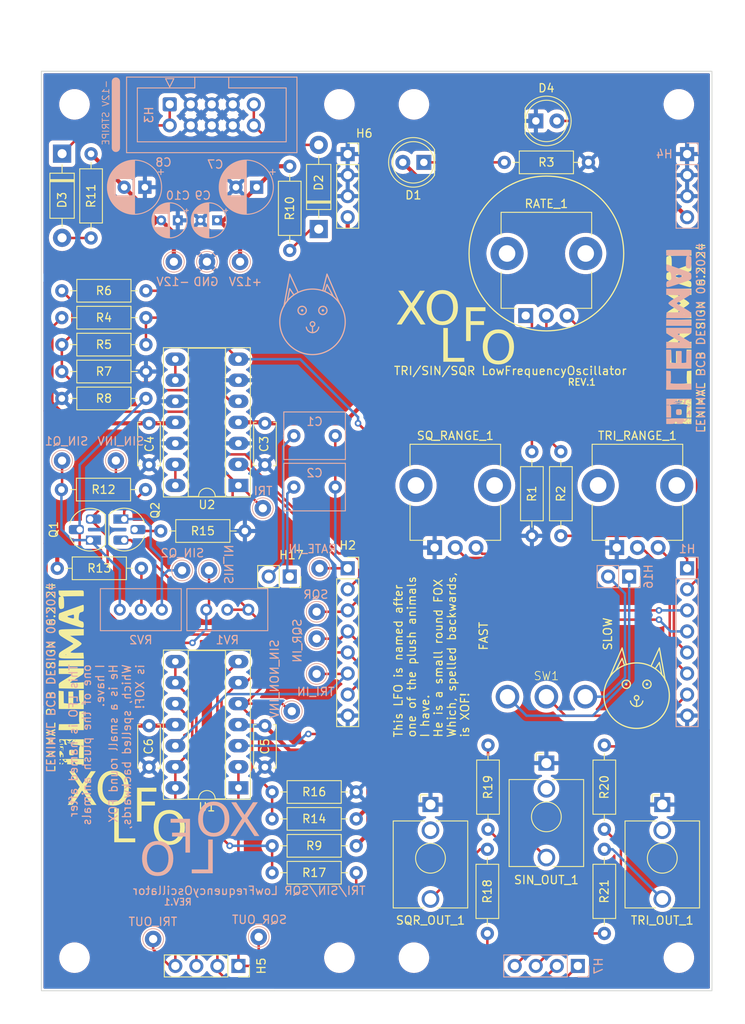
<source format=kicad_pcb>
(kicad_pcb (version 20241229) (generator "pcbnew") (generator_version "9.0")
  (layers (0 "F.Cu" signal) (2 "B.Cu" signal) (13 "F.Paste" user) (15 "B.Paste" user) (5 "F.SilkS" user "F.Silkscreen") (7 "B.SilkS" user "B.Silkscreen") (1 "F.Mask" user) (3 "B.Mask" user) (25 "Edge.Cuts" user))
  (net 0 "")
  (net 1 "+12V")
  (net 2 "GNDREF")
  (net 3 "-12V")
  (net 4 "Net-(H17B-Pin_2)")
  (net 5 "Net-(H17A-Pin_1)")
  (net 6 "Net-(D3-K)")
  (net 7 "Net-(Q1-B)")
  (net 8 "Net-(D3-A)")
  (net 9 "Net-(D4-AK)")
  (net 10 "Net-(Q2-B)")
  (net 11 "Net-(D1-K)")
  (net 12 "Net-(D2-K)")
  (net 13 "Net-(D2-A)")
  (net 14 "Net-(R1-Pad1)")
  (net 15 "Net-(R2-Pad2)")
  (net 16 "Net-(H1A-Pin_1)")
  (net 17 "Net-(H1B-Pin_2)")
  (net 18 "Net-(H1C-Pin_3)")
  (net 19 "Net-(H1D-Pin_4)")
  (net 20 "Net-(H1F-Pin_6)")
  (net 21 "Net-(H1E-Pin_5)")
  (net 22 "Net-(H5D-Pin_4)")
  (net 23 "Net-(H2A-Pin_3)")
  (net 24 "Net-(H2D-Pin_4)")
  (net 25 "Net-(H5A-Pin_1)")
  (net 26 "Net-(H2F-Pin_6)")
  (net 27 "Net-(H2C-Pin_3)")
  (net 28 "Net-(H2B-Pin_2)")
  (net 29 "Net-(H2E-Pin_5)")
  (net 30 "Net-(H5B-Pin_2)")
  (net 31 "Net-(H5C-Pin_3)")
  (net 32 "Net-(Q1-E)")
  (net 33 "Net-(Q1-C)")
  (net 34 "Net-(Q2-E)")
  (net 35 "Net-(Q2-C)")
  (net 36 "Net-(U2B-+)")
  (net 37 "Net-(R13-Pad2)")
  (net 38 "Net-(H1G-Pin_7)")
  (net 39 "Net-(R18-Pad1)")
  (net 40 "Net-(R19-Pad1)")
  (net 41 "Net-(R21-Pad1)")
  (net 45 "Net-(U2C--)")
  (net 46 "Net-(U2D--)")
  (net 47 "Net-(H7D-Pin_4)")
  (net 48 "Net-(H7A-Pin_1)")
  (net 49 "Net-(H7C-Pin_3)")
  (net 50 "Net-(H7B-Pin_2)")
  (net 51 "Net-(H16B-Pin_2)")
  (net 52 "Net-(H16A-Pin_1)")
  (footprint "Synth:R_Default (DIN0207)" (layer "F.Cu") (at 77.9 140.25)
    (property "Reference" "R14")
    (property "Value" "10K [1%]")
  )
  (footprint "MountingHole:MountingHole_3.2mm_M3" (layer "F.Cu") (at 95 157)
    (property "Reference" "H12" (hide yes))
    (property "Value" "MountingHole")
  )
  (footprint "Package_DIP:DIP-14_W7.62mm_Socket_LongPads" (layer "F.Cu") (at 73.8 100 180)
    (property "Reference" "U2")
    (property "Value" "TL074")
  )
  (footprint "Synth:R_Default (DIN0207)" (layer "F.Cu") (at 109.25 95.95 -90)
    (property "Reference" "R1")
    (property "Value" "470R")
  )
  (footprint "Synth:Jack_3.5mm_QingPu_WQP-PJ398SM_Vertical_CircularHoles" (layer "F.Cu") (at 125 145)
    (property "Reference" "TRI_OUT_1")
    (property "Value" "TRI_OUT")
  )
  (footprint "Synth:R_Default (DIN0207)" (layer "F.Cu") (at 52.5 86.25)
    (property "Reference" "R7")
    (property "Value" "10K")
  )
  (footprint "Synth:Potentiometer_TT_P0915N" (layer "F.Cu") (at 100 100)
    (property "Reference" "SQ_RANGE_1")
    (property "Value" "B100K")
  )
  (footprint "Synth:R_Default (DIN0207)" (layer "F.Cu") (at 52.5 83)
    (property "Reference" "R5")
    (property "Value" "100K")
  )
  (footprint "Synth:R_Default (DIN0207)" (layer "F.Cu") (at 112.75 106.05 90)
    (property "Reference" "R2")
    (property "Value" "100K")
  )
  (footprint "Synth:R_Default (DIN0207)" (layer "F.Cu") (at 118 143.95 -90)
    (property "Reference" "R21")
    (property "Value" "1K")
  )
  (footprint "MountingHole:MountingHole_3.2mm_M3" (layer "F.Cu") (at 54 54)
    (property "Reference" "H9" (hide yes))
    (property "Value" "MountingHole")
  )
  (footprint "Capacitor_THT:C_Disc_D5.0mm_W2.5mm_P5.00mm" (layer "F.Cu") (at 63 134 90)
    (property "Reference" "C6")
    (property "Value" "0.1uF")
  )
  (footprint "MountingHole:MountingHole_3.2mm_M3" (layer "F.Cu") (at 127 54)
    (property "Reference" "H8" (hide yes))
    (property "Value" "MountingHole")
  )
  (footprint "Synth:LED_D5.0mm (center Aligned)" (layer "F.Cu") (at 111 56)
    (property "Reference" "D4")
    (property "Value" "DUAL_LED")
  )
  (footprint "Synth:LED_D5.0mm (center Aligned)" (layer "F.Cu") (at 94.93 61 180)
    (property "Reference" "D1")
    (property "Value" "LED")
  )
  (footprint "Synth:R_Default (DIN0207)" (layer "F.Cu") (at 103.87 143.95 -90)
    (property "Reference" "R18")
    (property "Value" "1K")
  )
  (footprint "MountingHole:MountingHole_3.2mm_M3" (layer "F.Cu") (at 86 157)
    (property "Reference" "H13" (hide yes))
    (property "Value" "MountingHole")
  )
  (footprint "Capacitor_THT:C_Disc_D5.0mm_W2.5mm_P5.00mm" (layer "F.Cu") (at 77 92.5 -90)
    (property "Reference" "C3")
    (property "Value" "0.1uF")
  )
  (footprint "Synth:lenimal_logo_full" (layer "F.Cu") (at 127 82 90)
    (property "Reference" "G***" (hide yes))
    (property "Value" "LOGO" (hide yes))
  )
  (footprint "MountingHole:MountingHole_3.2mm_M3" (layer "F.Cu") (at 54 157)
    (property "Reference" "H11" (hide yes))
    (property "Value" "MountingHole")
  )
  (footprint "Synth:R_Default (DIN0207)" (layer "F.Cu") (at 52.45 100.5)
    (property "Reference" "R12")
    (property "Value" "390R")
  )
  (footprint "MountingHole:MountingHole_3.2mm_M3" (layer "F.Cu") (at 127 157)
    (property "Reference" "H15" (hide yes))
    (property "Value" "MountingHole")
  )
  (footprint "Capacitor_THT:C_Disc_D5.0mm_W2.5mm_P5.00mm" (layer "F.Cu") (at 77 129 -90)
    (property "Reference" "C5")
    (property "Value" "0.1uF")
  )
  (footprint "Synth:Potentiometer_TT_P0915N" (layer "F.Cu") (at 122 100)
    (property "Reference" "TRI_RANGE_1")
    (property "Value" "B100K")
  )
  (footprint "Synth:D_DO-41_SOD81_P10.16mm_Horizontal" (layer "F.Cu") (at 52.5 60 -90)
    (property "Reference" "D3")
    (property "Value" "1N5819")
  )
  (footprint "Synth:PinSocket_1x02_P2.54mm_Vertical" (layer "F.Cu") (at 80 111 -90)
    (property "Reference" "H17")
    (property "Value" "PinSocket_01x02")
  )
  (footprint "Synth:R_Default (DIN0207)" (layer "F.Cu") (at 118 131.37 -90)
    (property "Reference" "R20")
    (property "Value" "1K")
  )
  (footprint "Synth:Jack_3.5mm_QingPu_WQP-PJ398SM_Vertical_CircularHoles" (layer "F.Cu") (at 97 145)
    (property "Reference" "SQR_OUT_1")
    (property "Value" "SQUARE_OUT")
  )
  (footprint "Synth:R_Default (DIN0207)" (layer "F.Cu") (at 80 61.5 -90)
    (property "Reference" "R10")
    (property "Value" "10R")
  )
  (footprint "Package_TO_SOT_THT:TO-92_HandSolder" (layer "F.Cu") (at 55.89 106.6 90)
    (property "Reference" "Q1")
    (property "Value" "2N3904")
  )
  (footprint "Synth:R_Default (DIN0207)" (layer "F.Cu") (at 62.6 79.75 180)
    (property "Reference" "R4")
    (property "Value" "100K")
  )
  (footprint "MountingHole:MountingHole_3.2mm_M3" (layer "F.Cu") (at 95 54)
    (property "Reference" "H14" (hide yes))
    (property "Value" "MountingHole")
  )
  (footprint "Synth:R_Default (DIN0207)" (layer "F.Cu") (at 77.9 143.5)
    (property "Reference" "R9")
    (property "Value" "10K [1%]")
  )
  (footprint "Synth:R_Default (DIN0207)" (layer "F.Cu") (at 116.05 61 180)
    (property "Reference" "R3")
    (property "Value" "470R")
  )
  (footprint "MountingHole:MountingHole_3.2mm_M3" (layer "F.Cu") (at 86 54)
    (property "Reference" "H10" (hide yes))
    (property "Value" "MountingHole")
  )
  (footprint "Capacitor_THT:C_Disc_D5.0mm_W2.5mm_P5.00mm" (layer "F.Cu") (at 63 97.5 90)
    (property "Reference" "C4")
    (property "Value" "0.1uF")
  )
  (footprint "Synth:R_Default (DIN0207)" (layer "F.Cu") (at 88 146.75 180)
    (property "Reference" "R17")
    (property "Value" "10K [1%]")
  )
  (footprint "Synth:D_DO-41_SOD81_P10.16mm_Horizontal" (layer "F.Cu") (at 83.5 69 90)
    (property "Reference" "D2")
    (property "Value" "1N5819")
  )
  (footprint "Package_TO_SOT_THT:TO-92_HandSolder" (layer "F.Cu") (at 60 104.06 -90)
    (property "Reference" "Q2")
    (property "Value" "2N3904")
  )
  (footprint "Synth:R_Default (DIN0207)" (layer "F.Cu") (at 56 60 -90)
    (property "Reference" "R11")
    (property "Value" "10R")
  )
  (footprint "Package_DIP:DIP-14_W7.62mm_Socket_LongPads" (layer "F.Cu") (at 73.8 136.5 180)
    (property "Reference" "U1")
    (property "Value" "TL074")
  )
  (footprint "Synth:R_Default (DIN0207)" (layer "F.Cu") (at 52.5 89.5)
    (property "Reference" "R8")
    (property "Value" "2K2 [1%]")
  )
  (footprint "Synth:PinSocket_1x08_P2.54mm_Vertical" (layer "F.Cu") (at 87 110)
    (property "Reference" "H2")
    (property "Value" "PinSocket_01x08")
  )
  (footprint "Synth:SW_default" (layer "F.Cu") (at 111 125.5)
    (property "Reference" "SW1")
    (property "Value" "SW_SPDT")
  )
  (footprint "Synth:R_Default (DIN0207)" (layer "F.Cu") (at 103.95 131.37 -90)
    (property "Reference" "R19")
    (property "Value" "1K")
  )
  (footprint "Synth:Jack_3.5mm_QingPu_WQP-PJ398SM_Vertical_CircularHoles" (layer "F.Cu") (at 111 140)
    (property "Reference" "SIN_OUT_1")
    (property "Value" "SINE_OUT")
  )
  (footprint "Synth:lenimal_logo_full" (layer "F.Cu") (at 53.6 123.1 90)
    (property "Reference" "G***" (hide yes))
    (property "Value" "LOGO" (hide yes))
  )
  (footprint "Synth:Potentiometer_TT_P0915N" (layer "F.Cu") (at 111 72)
    (property "Reference" "RATE_1")
    (property "Value" "B100K")
  )
  (footprint "Synth:PinSocket_1x04_P2.54mm_Vertical" (layer "F.Cu") (at 73.8 158 -90)
    (property "Reference" "H5")
    (property "Value" "PinSocket_01x04")
  )
  (footprint "Synth:R_Default (DIN0207)" (layer "F.Cu") (at 64.45 105.5)
    (property "Reference" "R15")
    (property "Value" "2K2 [1%]")
  )
  (footprint "Synth:PinSocket_1x04_P2.54mm_Vertical" (layer "F.Cu") (at 87 60)
    (property "Reference" "H6")
    (property "Value" "PinSocket_01x04")
  )
  (footprint "Synth:R_Default (DIN0207)" (layer "F.Cu") (at 51.95 110)
    (property "Reference" "R13")
    (property "Value" "18K")
  )
  (footprint "Synth:R_Default (DIN0207)" (layer "F.Cu") (at 88 137 180)
    (property "Reference" "R16")
    (property "Value" "10K [1%]")
  )
  (footprint "Synth:R_Default (DIN0207)" (layer "F.Cu") (at 52.5 76.5)
    (property "Reference" "R6")
    (property "Value" "4K7")
  )
  (footprint "Synth:lenimal_logo_full" (layer "B.Cu") (at 127 82 90)
    (property "Reference" "G***" (hide yes))
    (property "Value" "LOGO" (hide yes))
  )
  (footprint "Connector_Pin:Pin_D1.0mm_L10.0mm" (layer "B.Cu") (at 83.25 115.25 180)
    (property "Reference" "TP3" (hide yes))
    (property "Value" "SQR")
  )
  (footprint "Synth:C_RECT_MKT_1uF" (layer "B.Cu") (at 85.5 100.2 180)
    (property "Reference" "C2")
    (property "Value" "10nF")
  )
  (footprint "Connector_Pin:Pin_D1.0mm_L10.0mm" (layer "B.Cu") (at 76.25 154.5 180)
    (property "Reference" "TP12" (hide yes))
    (property "Value" "SQR_OUT")
  )
  (footprint "Connector_Pin:Pin_D1.0mm_L10.0mm" (layer "B.Cu") (at 80.25 127.25 180)
    (property "Reference" "TP10" (hide yes))
    (property "Value" "SIN_NON_INVERTED")
  )
  (footprint "Potentiometer_THT:Potentiometer_Bourns_3296W_Vertical" (layer "B.Cu") (at 64.55 115)
    (property "Reference" "RV2")
    (property "Value" "50K")
  )
  (footprint "Connector_Pin:Pin_D1.0mm_L10.0mm" (layer "B.Cu") (at 70.25 110.25 180)
    (property "Reference" "TP5" (hide yes))
    (property "Value" "SIN_IN")
  )
  (footprint "Capacitor_THT:CP_Radial_D4.0mm_P2.00mm" (layer "B.Cu") (at 71.2226 68 180)
    (property "Reference" "C9")
    (property "Value" "0.1uF")
  )
  (footprint "Connector_Pin:Pin_D1.0mm_L10.0mm" (layer "B.Cu") (at 66 73 -90)
    (property "Reference" "TP15" (hide yes))
    (property "Value" "-12V")
  )
  (footprint "Connector_Pin:Pin_D1.0mm_L10.0mm" (layer "B.Cu") (at 83.6 110 180)
    (property "Reference" "TP1" (hide yes))
    (property "Value" "RATE_INPUT")
  )
  (footprint "Connector_Pin:Pin_D1.0mm_L10.0mm" (layer "B.Cu") (at 52.5 97 180)
    (property "Reference" "TP7" (hide yes))
    (property "Value" "SIN_Q1")
  )
  (footprint "Connector_Pin:Pin_D1.0mm_L10.0mm" (layer "B.Cu") (at 74 73 -90)
    (property "Reference" "TP13" (hide yes))
    (property "Value" "+12V")
  )
  (footprint "Capacitor_THT:CP_Radial_D6.3mm_P2.50mm" (layer "B.Cu") (at 76 64 180)
    (property "Reference" "C7")
    (property "Value" "47uF")
  )
  (footprint "Connector_Pin:Pin_D1.0mm_L10.0mm" (layer "B.Cu") (at 59 97 180)
    (property "Reference" "TP11" (hide yes))
    (property "Value" "SIN_INVERTED")
  )
  (footprint "Potentiometer_THT:Potentiometer_Bourns_3296W_Vertical" (layer "B.Cu") (at 75 115)
    (property "Reference" "RV1")
    (property "Value" "100K")
  )
  (footprint "Synth:PinHeader_1x04_P2.54mm_Vertical" (layer "B.Cu") (at 128 60 180)
    (property "Reference" "H4")
    (property "Value" "PinHeader_01x04")
  )
  (footprint "Connector_Pin:Pin_D1.0mm_L10.0mm" (layer "B.Cu") (at 83.25 118.5 180)
    (property "Reference" "TP8" (hide yes))
    (property "Value" "SQR_IN")
  )
  (footprint "Connector_Pin:Pin_D1.0mm_L10.0mm" (layer "B.Cu") (at 76.75 102.75 180)
    (property "Reference" "TP2" (hide yes))
    (property "Value" "TRI")
  )
  (footprint "Connector_Pin:Pin_D1.0mm_L10.0mm" (layer "B.Cu") (at 70 73 -90)
    (property "Reference" "TP14" (hide yes))
    (property "Value" "GND")
  )
  (footprint "Synth:IDC-Header_2x05_P2.54mm_Vertical" (layer "B.Cu") (at 65.5 54 -90)
    (property "Reference" "H3")
    (property "Value" "Conn_02x05_PWR_Eurorack")
  )
  (footprint "Synth:PinHeader_1x02_P2.54mm_Vertical" (layer "B.Cu") (at 121 111 90)
    (property "Reference" "H16")
    (property "Value" "PinHeader_01x02")
  )
  (footprint "Synth:C_RECT_MKT_1uF" (layer "B.Cu") (at 85.5 94 180)
    (property "Reference" "C1")
    (property "Value" "10uF")
  )
  (footprint "Capacitor_THT:CP_Radial_D6.3mm_P2.50mm" (layer "B.Cu") (at 62.5 64 180)
    (property "Reference" "C8")
    (property "Value" "47uF")
  )
  (footprint "Connector_Pin:Pin_D1.0mm_L10.0mm" (layer "B.Cu") (at 63.5 154.75 180)
    (property "Reference" "TP6" (hide yes))
    (property "Value" "TRI_OUT")
  )
  (footprint "Capacitor_THT:CP_Radial_D4.0mm_P2.00mm" (layer "B.Cu") (at 66.4726 68 180)
    (property "Reference" "C10")
    (property "Value" "0.1uF")
  )
  (footprint "Synth:PinHeader_1x08_P2.54mm_Vertical" (layer "B.Cu") (at 128 110 180)
    (property "Reference" "H1")
    (property "Value" "PinHeader_01x08")
  )
  (footprint "Synth:PinHeader_1x04_P2.54mm_Vertical" (layer "B.Cu") (at 114.8 158 90)
    (property "Reference" "H7")
    (property "Value" "PinHeader_01x04")
  )
  (footprint "Connector_Pin:Pin_D1.0mm_L10.0mm" (layer "B.Cu") (at 67 110.25 180)
    (property "Reference" "TP9" (hide yes))
    (property "Value" "SIN_Q2")
  )
  (footprint "Connector_Pin:Pin_D1.0mm_L10.0mm" (layer "B.Cu") (at 83.25 122.75 180)
    (property "Reference" "TP4" (hide yes))
    (property "Value" "TRI_IN")
  )
  (gr_circle (center 111 72) (end 120 74.5) (stroke (width 0.15)) (fill no) (layer "F.SilkS"))
  (gr_circle (center 120.65 124) (end 121.15 124) (stroke (width 0.15)) (fill no) (layer "F.SilkS"))
  (gr_line (start 121.9 125.921973) (end 121.9 126.678027) (stroke (width 0.15)) (layer "F.SilkS"))
  (gr_circle (center 123.15 124) (end 123.65 124) (stroke (width 0.15)) (fill no) (layer "F.SilkS"))
  (gr_arc (start 122.649999 126.017465) (mid 121.9 126.678027) (end 121.150001 126.017465) (stroke (width 0.15)) (layer "F.SilkS"))
  (gr_circle (center 120.65 124) (end 120.65 124) (stroke (width 0.15)) (fill no) (layer "F.SilkS"))
  (gr_line (start 120.15 119.625) (end 120.65 121.625) (stroke (width 0.15)) (layer "F.SilkS"))
  (gr_circle (center 123.15 124) (end 123.15 124) (stroke (width 0.15)) (fill no) (layer "F.SilkS"))
  (gr_line (start 120.4 121.625) (end 120.15 120.875) (stroke (width 0.15)) (layer "F.SilkS"))
  (gr_circle (center 121.9 125.642465) (end 122.15 125.517465) (stroke (width 0.15)) (fill no) (layer "F.SilkS"))
  (gr_line (start 120.15 120.875) (end 119.4 122.3) (stroke (width 0.15)) (layer "F.SilkS"))
  (gr_line (start 118.65 123.125) (end 120.15 119.625) (stroke (width 0.15)) (layer "F.SilkS"))
  (gr_line (start 124.65 119.625) (end 123.65 121.8) (stroke (width 0.15)) (layer "F.SilkS"))
  (gr_line (start 124.65 121.375) (end 124.15 122.125) (stroke (width 0.15)) (layer "F.SilkS"))
  (gr_circle (center 121.9 125.375) (end 125.65 126.625) (stroke (width 0.15)) (fill no) (layer "F.SilkS"))
  (gr_line (start 125.35 123.5) (end 124.65 119.625) (stroke (width 0.15)) (layer "F.SilkS"))
  (gr_line (start 124.95 122.875) (end 124.65 121.375) (stroke (width 0.15)) (layer "F.SilkS"))
  (gr_line (start 84.5 74.5) (end 86 78) (stroke (width 0.15)) (layer "B.SilkS"))
  (gr_line (start 80 76.25) (end 79.7 77.75) (stroke (width 0.15)) (layer "B.SilkS"))
  (gr_line (start 84.5 75.75) (end 84.25 76.5) (stroke (width 0.15)) (layer "B.SilkS"))
  (gr_circle (center 84 78.875) (end 84 78.875) (stroke (width 0.15)) (fill no) (layer "B.SilkS"))
  (gr_line (start 81 76.675) (end 80 74.5) (stroke (width 0.15)) (layer "B.SilkS"))
  (gr_line (start 82.75 81.553027) (end 82.75 80.796973) (stroke (width 0.15)) (layer "B.SilkS"))
  (gr_line (start 80.5 77) (end 80 76.25) (stroke (width 0.15)) (layer "B.SilkS"))
  (gr_line (start 80 74.5) (end 79.3 78.375) (stroke (width 0.15)) (layer "B.SilkS"))
  (gr_circle (center 82.75 80.517465) (end 82.5 80.392465) (stroke (width 0.15)) (fill no) (layer "B.SilkS"))
  (gr_line (start 84 76.5) (end 84.5 74.5) (stroke (width 0.15)) (layer "B.SilkS"))
  (gr_arc (start 83.499999 80.892465) (mid 82.75 81.553027) (end 82.000001 80.892465) (stroke (width 0.15)) (layer "B.SilkS"))
  (gr_circle (center 84 78.875) (end 83.5 78.875) (stroke (width 0.15)) (fill no) (layer "B.SilkS"))
  (gr_circle (center 81.5 78.875) (end 81 78.875) (stroke (width 0.15)) (fill no) (layer "B.SilkS"))
  (gr_line (start 85.25 77.175) (end 84.5 75.75) (stroke (width 0.15)) (layer "B.SilkS"))
  (gr_circle (center 82.75 80.25) (end 79 81.5) (stroke (width 0.15)) (fill no) (layer "B.SilkS"))
  (gr_circle (center 81.5 78.875) (end 81.5 78.875) (stroke (width 0.15)) (fill no) (layer "B.SilkS"))
  (gr_rect (start 50 50) (end 131 161) (stroke (width 0.1)) (fill no) (layer "Edge.Cuts"))
  (gr_text "L" (at 98 85.75 0) (layer "F.SilkS") (effects (font (size 4 4)) (justify left bottom)))
  (gr_text "LENIMAL PCB DESIGN 06.2024" (at 130.25 93.75 90) (layer "F.SilkS") (effects (font (size 1 1)) (justify left bottom)))
  (gr_text "FAST" (at 104 120 90) (layer "F.SilkS") (effects (font (size 1 1)) (justify left bottom)))
  (gr_text "LENIMAL PCB DESIGN 06.2024" (at 51.75 134.75 90) (layer "F.SilkS") (effects (font (size 1 1)) (justify left bottom)))
  (gr_text "O" (at 63.25 144 0) (layer "F.SilkS") (effects (font (size 4 4)) (justify left bottom)))
  (gr_text "SLOW" (at 119 120 90) (layer "F.SilkS") (effects (font (size 1 1)) (justify left bottom)))
  (gr_text "TRI/SIN/SQR LowFrequencyOscillator" (at 92.5 86.75 0) (layer "F.SilkS") (effects (font (size 1 1)) (justify left bottom)))
  (gr_text "This LFO is named after\none of the plush animals\nI have.\nHe is a small round FOX\nWhich, spelled backwards,\nis XOF!" (at 101.75 130.5 90) (layer "F.SilkS") (effects (font (size 1 1)) (justify left bottom)))
  (gr_text "O" (at 103 86 0) (layer "F.SilkS") (effects (font (size 4 4)) (justify left bottom)))
  (gr_text "REV.1" (at 113.5 88 0) (layer "F.SilkS") (effects (font (size 0.8 0.8)) (justify left bottom)))
  (gr_text "F" (at 100.75 83.25 0) (layer "F.SilkS") (effects (font (size 4 4)) (justify left bottom)))
  (gr_text "XO" (at 92.75 81.25 0) (layer "F.SilkS") (effects (font (size 4 4)) (justify left bottom)))
  (gr_text "XO" (at 53 139.25 0) (layer "F.SilkS") (effects (font (size 4 4)) (justify left bottom)))
  (gr_text "L" (at 58.25 143.75 0) (layer "F.SilkS") (effects (font (size 4 4)) (justify left bottom)))
  (gr_text "F" (at 61 141.25 0) (layer "F.SilkS") (effects (font (size 4 4)) (justify left bottom)))
  (gr_text "+12V" (at 76.75 76 0) (layer "B.SilkS") (effects (font (size 1 1)) (justify left bottom mirror)))
  (gr_text "SIN_INV" (at 62.5 95.25 0) (layer "B.SilkS") (effects (font (size 1 1)) (justify left bottom mirror)))
  (gr_text "SIN_NON_INV" (at 78.75 118.5 90) (layer "B.SilkS") (effects (font (size 1 1)) (justify left bottom mirror)))
  (gr_text "XO" (at 76.5 143 -0) (layer "B.SilkS") (effects (font (size 4 4)) (justify left bottom mirror)))
  (gr_text "SIN_Q1" (at 55.75 95.25 0) (layer "B.SilkS") (effects (font (size 1 1)) (justify left bottom mirror)))
  (gr_text "-12V" (at 68 76 0) (layer "B.SilkS") (effects (font (size 1 1)) (justify left bottom mirror)))
  (gr_text "This LFO is named after\none of the plush animals\nI have.\nHe is a small round FOX\nWhich, spelled backwards,\nis XOF!" (at 62.5 121.5 90) (layer "B.SilkS") (effects (font (size 1 1)) (justify left bottom mirror)))
  (gr_text "RATE_IN" (at 85.75 108.25 0) (layer "B.SilkS") (effects (font (size 1 1)) (justify left bottom mirror)))
  (gr_text "TRI_IN" (at 85.5 125.5 0) (layer "B.SilkS") (effects (font (size 1 1)) (justify left bottom mirror)))
  (gr_text "TRI" (at 78 101.25 0) (layer "B.SilkS") (effects (font (size 1 1)) (justify left bottom mirror)))
  (gr_text "SIN_Q2" (at 69.75 108.75 0) (layer "B.SilkS") (effects (font (size 1 1)) (justify left bottom mirror)))
  (gr_text "O" (at 66.25 147.75 -0) (layer "B.SilkS") (effects (font (size 4 4)) (justify left bottom mirror)))
  (gr_text "REV.1" (at 68.25 150.75 -0) (layer "B.SilkS") (effects (font (size 0.8 0.8)) (justify left bottom mirror)))
  (gr_text "SQR_IN" (at 81.5 116 90) (layer "B.SilkS") (effects (font (size 1 1)) (justify left bottom mirror)))
  (gr_text "SQR" (at 84.75 113.75 0) (layer "B.SilkS") (effects (font (size 1 1)) (justify left bottom mirror)))
  (gr_text "LENIMAL PCB DESIGN 06.2024" (at 129 93.75 -90) (layer "B.SilkS") (effects (font (size 1 1)) (justify left bottom mirror)))
  (gr_text "TRI_OUT" (at 66.5 153.25 0) (layer "B.SilkS") (effects (font (size 1 1)) (justify left bottom mirror)))
  (gr_text "LENIMAL PCB DESIGN 06.2024" (at 50.5 134.75 -90) (layer "B.SilkS") (effects (font (size 1 1)) (justify left bottom mirror)))
  (gr_text "SQR_OUT" (at 79.75 153 0) (layer "B.SilkS") (effects (font (size 1 1)) (justify left bottom mirror)))
  (gr_text "GND" (at 71.5 76 0) (layer "B.SilkS") (effects (font (size 1 1)) (justify left bottom mirror)))
  (gr_text "L" (at 71.25 147.5 -0) (layer "B.SilkS") (effects (font (size 4 4)) (justify left bottom mirror)))
  (gr_text "TRI/SIN/SQR LowFrequencyOscillator" (at 89.25 149.5 -0) (layer "B.SilkS") (effects (font (size 1 1)) (justify left bottom mirror)))
  (gr_text "SIN_IN" (at 72 112 -90) (layer "B.SilkS") (effects (font (size 1 1)) (justify left bottom mirror)))
  (gr_text "F" (at 68.5 145 -0) (layer "B.SilkS") (effects (font (size 4 4)) (justify left bottom mirror)))
  (segment (start 95.66 63) (end 93.66 61) (width 0.5) (layer "F.Cu") (net 1))
  (segment (start 89.5 142) (end 89.5 138.78) (width 0.5) (layer "F.Cu") (net 1))
  (segment (start 89.5 77.5) (end 89.5 130.5) (width 0.5) (layer "F.Cu") (net 1))
  (segment (start 77 92.5) (end 86.5 92.5) (width 0.5) (layer "F.Cu") (net 1))
  (segment (start 71.4726 68) (end 74 70.5274) (width 0.5) (layer "F.Cu") (net 1))
  (segment (start 74 73) (end 74 70.5274) (width 0.5) (layer "F.Cu") (net 1))
  (segment (start 87 67.62) (end 87 73) (width 0.5) (layer "F.Cu") (net 1))
  (segment (start 86 74) (end 89.5 77.5) (width 0.5) (layer "F.Cu") (net 1))
  (segment (start 86.5 92.5) (end 89.5 89.5) (width 0.5) (layer "F.Cu") (net 1))
  (segment (start 88.03 143.47) (end 89.5 142) (width 0.5) (layer "F.Cu") (net 1))
  (segment (start 80 132) (end 77 129) (width 0.5) (layer "F.Cu") (net 1))
  (segment (start 77.75 74) (end 86 74) (width 0.5) (layer "F.Cu") (net 1))
  (segment (start 128 67.62) (end 123.38 63) (width 0.5) (layer "F.Cu") (net 1))
  (segment (start 89.5 130.5) (end 89.5 138.78) (width 0.5) (layer "F.Cu") (net 1))
  (segment (start 71.2226 68) (end 71.4726 68) (width 0.5) (layer "F.Cu") (net 1))
  (segment (start 74.2774 70.5274) (end 77.75 74) (width 0.5) (layer "F.Cu") (net 1))
  (segment (start 89.5 130.5) (end 88 132) (width 0.5) (layer "F.Cu") (net 1))
  (segment (start 71.2226 68) (end 72 68) (width 0.5) (layer "F.Cu") (net 1))
  (segment (start 123.38 63) (end 95.66 63) (width 0.5) (layer "F.Cu") (net 1))
  (segment (start 73.8 92.38) (end 76.88 92.38) (width 0.5) (layer "F.Cu") (net 1))
  (segment (start 80 61.47) (end 78.53 61.47) (width 0.5) (layer "F.Cu") (net 1))
  (segment (start 78.53 61.47) (end 76 64) (width 0.5) (layer "F.Cu") (net 1))
  (segment (start 88.03 143.5) (end 88.03 143.47) (width 0.5) (layer "F.Cu") (net 1))
  (segment (start 89.5 138.78) (end 88.03 140.25) (width 0.5) (layer "F.Cu") (net 1))
  (segment (start 76.88 92.38) (end 77 92.5) (width 0.5) (layer "F.Cu") (net 1))
  (segment (start 72 68) (end 76 64) (width 0.5) (layer "F.Cu") (net 1))
  (segment (start 87 73) (end 86 74) (width 0.5) (layer "F.Cu") (net 1))
  (segment (start 74 70.5274) (end 74.2774 70.5274) (width 0.5) (layer "F.Cu") (net 1))
  (segment (start 88 132) (end 80 132) (width 0.5) (layer "F.Cu") (net 1))
  (segment (start 76.88 129) (end 77 128.88) (width 0.5) (layer "B.Cu") (net 1))
  (segment (start 73.8 129) (end 76.88 129) (width 0.5) (layer "B.Cu") (net 1))
  (segment (start 50.5 126.5) (end 53 129) (width 0.5) (layer "F.Cu") (net 3))
  (segment (start 53 129) (end 63 129) (width 0.5) (layer "F.Cu") (net 3))
  (segment (start 50.5 107) (end 50.5 126.5) (width 0.5) (layer "F.Cu") (net 3))
  (segment (start 52 92.5) (end 50.5 91) (width 0.5) (layer "F.Cu") (net 3))
  (segment (start 53 73) (end 50.5 75.5) (width 0.5) (layer "F.Cu") (net 3))
  (segment (start 51.92 110) (end 51.92 108.42) (width 0.5) (layer "F.Cu") (net 3))
  (segment (start 50.5 75.5) (end 50.5 91) (width 0.5) (layer "F.Cu") (net 3))
  (segment (start 60 63.97) (end 60 64) (width 0.5) (layer "F.Cu") (net 3))
  (segment (start 66 69.5274) (end 64.4726 68) (width 0.5) (layer "F.Cu") (net 3))
  (segment (start 66.06 129) (end 66.18 128.88) (width 0.5) (layer "F.Cu") (net 3))
  (segment (start 64 68) (end 64.4726 68) (width 0.5) (layer "F.Cu") (net 3))
  (segment (start 56 59.97) (end 60 63.97) (width 0.5) (layer "F.Cu") (net 3))
  (segment (start 66 73) (end 66 69.5274) (width 0.5) (layer "F.Cu") (net 3))
  (segment (start 64 68) (end 59 73) (width 0.5) (layer "F.Cu") (net 3))
  (segment (start 63 92.5) (end 66.06 92.5) (width 0.5) (layer "F.Cu") (net 3))
  (segment (start 63 129) (end 66.06 129) (width 0.5) (layer "F.Cu") (net 3))
  (segment (start 51.92 108.42) (end 50.5 107) (width 0.5) (layer "F.Cu") (net 3))
  (segment (start 59 73) (end 53 73) (width 0.5) (layer "F.Cu") (net 3))
  (segment (start 63 92.5) (end 52 92.5) (width 0.5) (layer "F.Cu") (net 3))
  (segment (start 66.06 92.5) (end 66.18 92.38) (width 0.5) (layer "F.Cu") (net 3))
  (segment (start 60 64) (end 64 68) (width 0.5) (layer "F.Cu") (net 3))
  (segment (start 50.5 91) (end 50.5 107) (width 0.5) (layer "F.Cu") (net 3))
  (segment (start 79.2 95.3) (end 80.5 94) (width 0.3) (layer "B.Cu") (net 4))
  (segment (start 77.46 111) (end 79.2 109.26) (width 0.3) (layer "B.Cu") (net 4))
  (segment (start 79.2 109.26) (end 79.2 95.3) (width 0.3) (layer "B.Cu") (net 4))
  (segment (start 79.4 110.4) (end 79.7 110.1) (width 0.3) (layer "B.Cu") (net 5))
  (segment (start 79.7 110.1) (end 79.7 101) (width 0.3) (layer "B.Cu") (net 5))
  (segment (start 80 111) (end 79.4 110.4) (width 0.3) (layer "B.Cu") (net 5))
  (segment (start 79.7 101) (end 80.5 100.2) (width 0.3) (layer "B.Cu") (net 5))
  (segment (start 55.91 56.54) (end 65.5 56.54) (width 0.3) (layer "F.Cu") (net 6))
  (segment (start 65.5 56.54) (end 65.5 54) (width 0.3) (layer "F.Cu") (net 6))
  (segment (start 52.5 59.95) (end 55.91 56.54) (width 0.3) (layer "F.Cu") (net 6))
  (segment (start 61.042893 119) (end 68.25 119) (width 0.3) (layer "F.Cu") (net 7))
  (segment (start 70.25 114.67) (end 69.92 115) (width 0.3) (layer "F.Cu") (net 7))
  (segment (start 70.25 110.25) (end 70.25 114.67) (width 0.3) (layer "F.Cu") (net 7))
  (segment (start 54.62 105.33) (end 54.62 112.577107) (width 0.3) (layer "F.Cu") (net 7))
  (segment (start 54.62 112.577107) (end 61.042893 119) (width 0.3) (layer "F.Cu") (net 7))
  (via (at 68.25 119) (size 0.8) (drill 0.4) (layers "F.Cu" "B.Cu") (net 7))
  (segment (start 54.62 97.51) (end 54.62 105.33) (width 0.3) (layer "B.Cu") (net 7))
  (segment (start 69.92 117.33) (end 69.92 115) (width 0.3) (layer "B.Cu") (net 7))
  (segment (start 68.25 119) (end 69.92 117.33) (width 0.3) (layer "B.Cu") (net 7))
  (segment (start 62.63 89.5) (end 54.62 97.51) (width 0.3) (layer "B.Cu") (net 7))
  (segment (start 52.52 70.13) (end 52.5 70.11) (width 0.3) (layer "F.Cu") (net 8))
  (segment (start 56 70.13) (end 52.52 70.13) (width 0.3) (layer "F.Cu") (net 8))
  (segment (start 130.5 59.25) (end 130.5 128.5) (width 0.3) (layer "F.Cu") (net 9))
  (segment (start 127.25 56) (end 130.5 59.25) (width 0.3) (layer "F.Cu") (net 9))
  (segment (start 130.5 128.5) (end 127.5 131.5) (width 0.3) (layer "F.Cu") (net 9))
  (segment (start 118.16 131.5) (end 118 131.34) (width 0.3) (layer "F.Cu") (net 9))
  (segment (start 112.27 56) (end 127.25 56) (width 0.3) (layer "F.Cu") (net 9))
  (segment (start 127.5 131.5) (end 118.16 131.5) (width 0.3) (layer "F.Cu") (net 9))
  (segment (start 61.27 105.33) (end 61.44 105.5) (width 0.3) (layer "F.Cu") (net 10))
  (segment (start 61.44 105.5) (end 64.42 105.5) (width 0.3) (layer "F.Cu") (net 10))
  (segment (start 105.92 61) (end 96.2 61) (width 0.3) (layer "F.Cu") (net 11))
  (segment (start 82.58 69.05) (end 80 71.63) (width 0.3) (layer "F.Cu") (net 12))
  (segment (start 83.5 69.05) (end 82.58 69.05) (width 0.3) (layer "F.Cu") (net 12))
  (segment (start 75.66 54) (end 75.66 56.54) (width 0.3) (layer "F.Cu") (net 13))
  (segment (start 78.01 58.89) (end 75.66 56.54) (width 0.3) (layer "F.Cu") (net 13))
  (segment (start 83.5 58.89) (end 78.01 58.89) (width 0.3) (layer "F.Cu") (net 13))
  (segment (start 109.25 80.25) (end 108.5 79.5) (width 0.3) (layer "F.Cu") (net 14))
  (segment (start 109.25 95.92) (end 109.25 80.25) (width 0.3) (layer "F.Cu") (net 14))
  (segment (start 111 94.17) (end 112.75 95.92) (width 0.3) (layer "F.Cu") (net 15))
  (segment (start 111 79.5) (end 111 94.17) (width 0.3) (layer "F.Cu") (net 15))
  (segment (start 125.23 106.08) (end 128 108.85) (width 0.3) (layer "F.Cu") (net 16))
  (segment (start 128 108.85) (end 128 110) (width 0.3) (layer "F.Cu") (net 16))
  (segment (start 112.75 106.08) (end 125.23 106.08) (width 0.3) (layer "F.Cu") (net 16))
  (segment (start 129.2 111.34) (end 129.2 95.2) (width 0.3) (layer "F.Cu") (net 17))
  (segment (start 129.2 95.2) (end 113.5 79.5) (width 0.3) (layer "F.Cu") (net 17))
  (segment (start 128 112.54) (end 129.2 111.34) (width 0.3) (layer "F.Cu") (net 17))
  (segment (start 104.45 108.542894) (end 104.45 108.542893) (width 0.3) (layer "F.Cu") (net 18))
  (segment (start 124.6 115.08) (end 110.987106 115.08) (width 0.3) (layer "F.Cu") (net 18))
  (segment (start 104.157107 108.25) (end 103.25 108.25) (width 0.3) (layer "F.Cu") (net 18))
  (segment (start 103.25 108.25) (end 102.5 107.5) (width 0.3) (layer "F.Cu") (net 18))
  (segment (start 104.45 108.542893) (end 104.157107 108.25) (width 0.3) (layer "F.Cu") (net 18))
  (segment (start 110.987106 115.08) (end 104.45 108.542894) (width 0.3) (layer "F.Cu") (net 18))
  (via (at 124.6 115.08) (size 0.8) (drill 0.4) (layers "F.Cu" "B.Cu") (net 18))
  (segment (start 124.6 115.08) (end 128 115.08) (width 0.3) (layer "B.Cu") (net 18))
  (segment (start 111.4 116.2) (end 103.95 108.75) (width 0.3) (layer "F.Cu") (net 19))
  (segment (start 103.95 108.75) (end 101.25 108.75) (width 0.3) (layer "F.Cu") (net 19))
  (segment (start 124.6 116.2) (end 111.4 116.2) (width 0.3) (layer "F.Cu") (net 19))
  (segment (start 101.25 108.75) (end 100 107.5) (width 0.3) (layer "F.Cu") (net 19))
  (via (at 124.6 116.2) (size 0.8) (drill 0.4) (layers "F.Cu" "B.Cu") (net 19))
  (segment (start 124.6 116.2) (end 126.02 117.62) (width 0.3) (layer "B.Cu") (net 19))
  (segment (start 126.02 117.62) (end 128 117.62) (width 0.3) (layer "B.Cu") (net 19))
  (segment (start 122.5 107.5) (end 122 107.5) (width 0.3) (layer "F.Cu") (net 20))
  (segment (start 128 122.7) (end 125.9 120.6) (width 0.3) (layer "F.Cu") (net 20))
  (segment (start 125.9 110.9) (end 122.5 107.5) (width 0.3) (layer "F.Cu") (net 20))
  (segment (start 125.9 120.6) (end 125.9 110.9) (width 0.3) (layer "F.Cu") (net 20))
  (segment (start 126.4 118.56) (end 126.4 109.4) (width 0.3) (layer "F.Cu") (net 21))
  (segment (start 128 120.16) (end 126.4 118.56) (width 0.3) (layer "F.Cu") (net 21))
  (segment (start 126.4 109.4) (end 124.5 107.5) (width 0.3) (layer "F.Cu") (net 21))
  (segment (start 68.22 131.92) (end 66.18 133.96) (width 0.3) (layer "F.Cu") (net 22))
  (segment (start 66.18 136.5) (end 66.18 158) (width 0.3) (layer "F.Cu") (net 22))
  (segment (start 66.18 126.34) (end 68.22 128.38) (width 0.3) (layer "F.Cu") (net 22))
  (segment (start 68.22 128.38) (end 68.22 131.92) (width 0.3) (layer "F.Cu") (net 22))
  (segment (start 66.18 133.96) (end 66.18 136.5) (width 0.3) (layer "F.Cu") (net 22))
  (segment (start 63.5 154.75) (end 63.5 156) (width 0.3) (layer "F.Cu") (net 22))
  (segment (start 65.5 158) (end 66.18 158) (width 0.3) (layer "F.Cu") (net 22))
  (segment (start 63.5 156) (end 65.5 158) (width 0.3) (layer "F.Cu") (net 22))
  (segment (start 83.25 110) (end 87 110) (width 0.3) (layer "F.Cu") (net 23))
  (segment (start 87 110) (end 74.46 97.46) (width 0.3) (layer "F.Cu") (net 23))
  (segment (start 74.46 97.46) (end 73.8 97.46) (width 0.3) (layer "F.Cu") (net 23))
  (segment (start 85.5 94) (end 85.5 100.2) (width 0.3) (layer "F.Cu") (net 23))
  (segment (start 85.5 100.2) (end 85.5 108.5) (width 0.3) (layer "B.Cu") (net 23))
  (segment (start 85.5 108.5) (end 87 110) (width 0.3) (layer "B.Cu") (net 23))
  (segment (start 86.12 118.5) (end 87 117.62) (width 0.3) (layer "F.Cu") (net 24))
  (segment (start 88.9 119.52) (end 87 117.62) (width 0.3) (layer "F.Cu") (net 24))
  (segment (start 88.4 130) (end 88.9 129.5) (width 0.3) (layer "F.Cu") (net 24))
  (segment (start 83.25 118.5) (end 86.12 118.5) (width 0.3) (layer "F.Cu") (net 24))
  (segment (start 82.25 130) (end 88.4 130) (width 0.3) (layer "F.Cu") (net 24))
  (segment (start 88.9 129.5) (end 88.9 119.52) (width 0.3) (layer "F.Cu") (net 24))
  (via (at 82.25 130) (size 0.8) (drill 0.4) (layers "F.Cu" "B.Cu") (net 24))
  (segment (start 80.58 131.42) (end 73.8 131.42) (width 0.3) (layer "B.Cu") (net 24))
  (segment (start 82.25 130) (end 82 130) (width 0.3) (layer "B.Cu") (net 24))
  (segment (start 82 130) (end 80.58 131.42) (width 0.3) (layer "B.Cu") (net 24))
  (segment (start 73.8 136.5) (end 73.8 133.96) (width 0.3) (layer "F.Cu") (net 25))
  (segment (start 73.8 158) (end 73.8 136.5) (width 0.3) (layer "F.Cu") (net 25))
  (segment (start 73.8 158) (end 75.25 158) (width 0.3) (layer "F.Cu") (net 25))
  (segment (start 75.25 158) (end 76.25 157) (width 0.3) (layer "F.Cu") (net 25))
  (segment (start 76.25 157) (end 76.25 154.5) (width 0.3) (layer "F.Cu") (net 25))
  (segment (start 86.95 122.75) (end 87 122.7) (width 0.3) (layer "F.Cu") (net 26))
  (segment (start 83.25 122.75) (end 86.95 122.75) (width 0.3) (layer "F.Cu") (net 26))
  (segment (start 72.41 125.19) (end 84.51 125.19) (width 0.3) (layer "B.Cu") (net 26))
  (segment (start 66.18 131.42) (end 72.41 125.19) (width 0.3) (layer "B.Cu") (net 26))
  (segment (start 84.51 125.19) (end 87 122.7) (width 0.3) (layer "B.Cu") (net 26))
  (segment (start 62.63 76.5) (end 65.54 76.5) (width 0.3) (layer "F.Cu") (net 27))
  (segment (start 83.25 115.25) (end 86.83 115.25) (width 0.3) (layer "F.Cu") (net 27))
  (segment (start 86.83 115.25) (end 87 115.08) (width 0.3) (layer "F.Cu") (net 27))
  (segment (start 88.9 93.15) (end 88.25 92.5) (width 0.3) (layer "F.Cu") (net 27))
  (segment (start 88.9 113.18) (end 88.9 93.15) (width 0.3) (layer "F.Cu") (net 27))
  (segment (start 87 115.08) (end 88.9 113.18) (width 0.3) (layer "F.Cu") (net 27))
  (segment (start 65.54 76.5) (end 73.8 84.76) (width 0.3) (layer "F.Cu") (net 27))
  (via (at 88.25 92.5) (size 0.8) (drill 0.4) (layers "F.Cu" "B.Cu") (net 27))
  (segment (start 88.25 92.5) (end 88.25 91.75) (width 0.3) (layer "B.Cu") (net 27))
  (segment (start 88.25 91.75) (end 81.26 84.76) (width 0.3) (layer "B.Cu") (net 27))
  (segment (start 81.26 84.76) (end 73.8 84.76) (width 0.3) (layer "B.Cu") (net 27))
  (segment (start 67.5 88.5) (end 64.75 88.5) (width 0.3) (layer "F.Cu") (net 28))
  (segment (start 53.75 81.72) (end 53.75 77.78) (width 0.3) (layer "F.Cu") (net 28))
  (segment (start 87 112.54) (end 88.4 111.14) (width 0.3) (layer "F.Cu") (net 28))
  (segment (start 69.25 94.742894) (end 69.25 90.25) (width 0.3) (layer "F.Cu") (net 28))
  (segment (start 64.75 88.5) (end 63.85 87.6) (width 0.3) (layer "F.Cu") (net 28))
  (segment (start 70.757106 96.25) (end 69.25 94.742894) (width 0.3) (layer "F.Cu") (net 28))
  (segment (start 74.616346 96.25) (end 70.757106 96.25) (width 0.3) (layer "F.Cu") (net 28))
  (segment (start 88.4 109) (end 87.6 108.2) (width 0.3) (layer "F.Cu") (net 28))
  (segment (start 52.47 83) (end 53.75 81.72) (width 0.3) (layer "F.Cu") (net 28))
  (segment (start 53.75 77.78) (end 52.47 76.5) (width 0.3) (layer "F.Cu") (net 28))
  (segment (start 75.35 97.642894) (end 75.35 96.983654) (width 0.3) (layer "F.Cu") (net 28))
  (segment (start 85.907106 108.2) (end 75.35 97.642894) (width 0.3) (layer "F.Cu") (net 28))
  (segment (start 52.47 83) (end 52.47 86.25) (width 0.3) (layer "F.Cu") (net 28))
  (segment (start 88.4 111.14) (end 88.4 109) (width 0.3) (layer "F.Cu") (net 28))
  (segment (start 69.25 90.25) (end 67.5 88.5) (width 0.3) (layer "F.Cu") (net 28))
  (segment (start 87.6 108.2) (end 85.907106 108.2) (width 0.3) (layer "F.Cu") (net 28))
  (segment (start 75.35 96.983654) (end 74.616346 96.25) (width 0.3) (layer "F.Cu") (net 28))
  (segment (start 63.85 87.6) (end 53.82 87.6) (width 0.3) (layer "F.Cu") (net 28))
  (segment (start 53.82 87.6) (end 52.47 86.25) (width 0.3) (layer "F.Cu") (net 28))
  (segment (start 88.4 123.84) (end 88.4 121.56) (width 0.3) (layer "F.Cu") (net 29))
  (segment (start 51.32 89.976346) (end 52.443654 91.1) (width 0.3) (layer "F.Cu") (net 29))
  (segment (start 73.1 100.7) (end 73.8 100) (width 0.3) (layer "F.Cu") (net 29))
  (segment (start 74 100) (end 73.8 100) (width 0.3) (layer "F.Cu") (net 29))
  (segment (start 73.1 113.1) (end 73.1 100.7) (width 0.3) (layer "F.Cu") (net 29))
  (segment (start 68.75 92.25) (end 68.75 94.95) (width 0.3) (layer "F.Cu") (net 29))
  (segment (start 88.4 121.56) (end 87 120.16) (width 0.3) (layer "F.Cu") (net 29))
  (segment (start 67.6 91.1) (end 68.75 92.25) (width 0.3) (layer "F.Cu") (net 29))
  (segment (start 52.443654 91.1) (end 67.6 91.1) (width 0.3) (layer "F.Cu") (net 29))
  (segment (start 75 115) (end 73.1 113.1) (width 0.3) (layer "F.Cu") (net 29))
  (segment (start 75 115) (end 80.16 120.16) (width 0.3) (layer "F.Cu") (net 29))
  (segment (start 52.47 79.75) (end 51.32 80.9) (width 0.3) (layer "F.Cu") (net 29))
  (segment (start 80.16 120.16) (end 87 120.16) (width 0.3) (layer "F.Cu") (net 29))
  (segment (start 76.75 102.75) (end 74 100) (width 0.3) (layer "F.Cu") (net 29))
  (segment (start 87 125.24) (end 88.4 123.84) (width 0.3) (layer "F.Cu") (net 29))
  (segment (start 51.32 80.9) (end 51.32 89.976346) (width 0.3) (layer "F.Cu") (net 29))
  (segment (start 68.75 94.95) (end 73.8 100) (width 0.3) (layer "F.Cu") (net 29))
  (segment (start 72.46 115) (end 75 115) (width 0.3) (layer "F.Cu") (net 29))
  (segment (start 88.03 146.75) (end 88.03 149.72) (width 0.3) (layer "F.Cu") (net 30))
  (segment (start 71.26 158) (end 71.26 123.8) (width 0.3) (layer "F.Cu") (net 30))
  (segment (start 71.26 123.8) (end 73.8 121.26) (width 0.3) (layer "F.Cu") (net 30))
  (segment (start 88.03 149.72) (end 77.85 159.9) (width 0.3) (layer "F.Cu") (net 30))
  (segment (start 71.26 158.56) (end 71.26 158) (width 0.3) (layer "F.Cu") (net 30))
  (segment (start 72.6 159.9) (end 71.26 158.56) (width 0.3) (layer "F.Cu") (net 30))
  (segment (start 77.85 159.9) (end 72.6 159.9) (width 0.3) (layer "F.Cu") (net 30))
  (segment (start 66.18 121.26) (end 66.18 123.8) (width 0.3) (layer "F.Cu") (net 31))
  (segment (start 68.72 158) (end 68.72 126.34) (width 0.3) (layer "F.Cu") (net 31))
  (segment (start 68.72 126.34) (end 66.18 123.8) (width 0.3) (layer "F.Cu") (net 31))
  (segment (start 52.5 100.42) (end 52.42 100.5) (width 0.3) (layer "F.Cu") (net 32))
  (segment (start 52.5 97) (end 52.5 100.42) (width 0.3) (layer "F.Cu") (net 32))
  (segment (start 52.42 105.321504) (end 53.698496 106.6) (width 0.3) (layer "B.Cu") (net 32))
  (segment (start 55.89 106.6) (end 59.47 110.18) (width 0.3) (layer "B.Cu") (net 32))
  (segment (start 52.42 100.5) (end 52.42 105.321504) (width 0.3) (layer "B.Cu") (net 32))
  (segment (start 53.698496 106.6) (end 55.89 106.6) (width 0.3) (layer "B.Cu") (net 32))
  (segment (start 59.47 110.18) (end 59.47 115) (width 0.3) (layer "B.Cu") (net 32))
  (segment (start 59 97) (end 59 100.95) (width 0.3) (layer "F.Cu") (net 33))
  (segment (start 77.87 146.75) (end 77.87 143.5) (width 0.3) (layer "F.Cu") (net 33))
  (segment (start 71.76 142.51) (end 72.75 143.5) (width 0.3) (layer "F.Cu") (net 33))
  (segment (start 71.76 125.84) (end 71.76 142.51) (width 0.3) (layer "F.Cu") (net 33))
  (segment (start 59 100.95) (end 55.89 104.06) (width 0.3) (layer "F.Cu") (net 33))
  (segment (start 76 119.957106) (end 74.042894 118) (width 0.3) (layer "F.Cu") (net 33))
  (segment (start 74.7 123.8) (end 76 122.5) (width 0.3) (layer "F.Cu") (net 33))
  (segment (start 74.042894 118) (end 60.75 118) (width 0.3) (layer "F.Cu") (net 33))
  (segment (start 76 122.5) (end 76 119.957106) (width 0.3) (layer "F.Cu") (net 33))
  (segment (start 73.8 123.8) (end 71.76 125.84) (width 0.3) (layer "F.Cu") (net 33))
  (segment (start 60.75 118) (end 58 115.25) (width 0.3) (layer "F.Cu") (net 33))
  (segment (start 73.8 123.8) (end 74.7 123.8) (width 0.3) (layer "F.Cu") (net 33))
  (segment (start 58 115.25) (end 58 106.17) (width 0.3) (layer "F.Cu") (net 33))
  (segment (start 58 106.17) (end 55.89 104.06) (width 0.3) (layer "F.Cu") (net 33))
  (via (at 72.75 143.5) (size 0.8) (drill 0.4) (layers "F.Cu" "B.Cu") (net 33))
  (segment (start 72.75 143.5) (end 77.87 143.5) (width 0.3) (layer "B.Cu") (net 33))
  (segment (start 60 103.08) (end 60 104.06) (width 0.3) (layer "F.Cu") (net 34))
  (segment (start 62.58 100.5) (end 60 103.08) (width 0.3) (layer "F.Cu") (net 34))
  (segment (start 63.2 107.45) (end 63.2 104.95) (width 0.3) (layer "B.Cu") (net 34))
  (segment (start 62.31 104.06) (end 60 104.06) (width 0.3) (layer "B.Cu") (net 34))
  (segment (start 64.55 108.8) (end 63.2 107.45) (width 0.3) (layer "B.Cu") (net 34))
  (segment (start 67 110.25) (end 65.3 110.25) (width 0.3) (layer "B.Cu") (net 34))
  (segment (start 63.2 104.95) (end 62.31 104.06) (width 0.3) (layer "B.Cu") (net 34))
  (segment (start 64.55 115) (end 64.55 111) (width 0.3) (layer "B.Cu") (net 34))
  (segment (start 64.55 111) (end 64.55 108.8) (width 0.3) (layer "B.Cu") (net 34))
  (segment (start 65.3 110.25) (end 64.55 111) (width 0.3) (layer "B.Cu") (net 34))
  (segment (start 67.25 113.05) (end 67.25 116) (width 0.3) (layer "F.Cu") (net 35))
  (segment (start 79.09 126.34) (end 73.8 126.34) (width 0.3) (layer "F.Cu") (net 35))
  (segment (start 76.5 124.5) (end 74.66 126.34) (width 0.3) (layer "F.Cu") (net 35))
  (segment (start 77.87 140.25) (end 77.87 137) (width 0.3) (layer "F.Cu") (net 35))
  (segment (start 60 106.6) (end 60.8 106.6) (width 0.3) (layer "F.Cu") (net 35))
  (segment (start 73.8 126.34) (end 75.5 128.04) (width 0.3) (layer "F.Cu") (net 35))
  (segment (start 68.75 117.5) (end 74.25 117.5) (width 0.3) (layer "F.Cu") (net 35))
  (segment (start 74.25 117.5) (end 76.5 119.75) (width 0.3) (layer "F.Cu") (net 35))
  (segment (start 80 127.25) (end 79.09 126.34) (width 0.3) (layer "F.Cu") (net 35))
  (segment (start 75.5 134.63) (end 77.87 137) (width 0.3) (layer "F.Cu") (net 35))
  (segment (start 80.25 127.25) (end 80 127.25) (width 0.3) (layer "F.Cu") (net 35))
  (segment (start 74.66 126.34) (end 73.8 126.34) (width 0.3) (layer "F.Cu") (net 35))
  (segment (start 76.5 119.75) (end 76.5 124.5) (width 0.3) (layer "F.Cu") (net 35))
  (segment (start 60.8 106.6) (end 67.25 113.05) (width 0.3) (layer "F.Cu") (net 35))
  (segment (start 67.25 116) (end 68.75 117.5) (width 0.3) (layer "F.Cu") (net 35))
  (segment (start 75.5 128.04) (end 75.5 134.63) (width 0.3) (layer "F.Cu") (net 35))
  (segment (start 71 82.667106) (end 68.082894 79.75) (width 0.3) (layer "F.Cu") (net 36))
  (segment (start 68.082894 79.75) (end 62.63 79.75) (width 0.3) (layer "F.Cu") (net 36))
  (segment (start 72.84 89.84) (end 71 88) (width 0.3) (layer "F.Cu") (net 36))
  (segment (start 73.8 89.84) (end 72.84 89.84) (width 0.3) (layer "F.Cu") (net 36))
  (segment (start 62.63 79.75) (end 62.63 83) (width 0.3) (layer "F.Cu") (net 36))
  (segment (start 71 88) (end 71 82.667106) (width 0.3) (layer "F.Cu") (net 36))
  (segment (start 62.08 114.93) (end 62.01 115) (width 0.3) (layer "F.Cu") (net 37))
  (segment (start 62.08 110) (end 62.08 114.93) (width 0.3) (layer "F.Cu") (net 37))
  (segment (start 111 125.5) (end 113.3 127.8) (width 0.3) (layer "F.Cu") (net 38))
  (segment (start 125.44 127.8) (end 128 125.24) (width 0.3) (layer "F.Cu") (net 38))
  (segment (start 113.3 127.8) (end 125.44 127.8) (width 0.3) (layer "F.Cu") (net 38))
  (segment (start 103 143.92) (end 103.87 143.92) (width 0.3) (layer "F.Cu") (net 39))
  (segment (start 97 149.92) (end 103 143.92) (width 0.3) (layer "F.Cu") (net 39))
  (segment (start 103.95 137.87) (end 111 144.92) (width 0.3) (layer "F.Cu") (net 40))
  (segment (start 103.95 131.34) (end 103.95 137.87) (width 0.3) (layer "F.Cu") (net 40))
  (segment (start 125 149.92) (end 119 143.92) (width 0.3) (layer "B.Cu") (net 41))
  (segment (start 119 143.92) (end 118 143.92) (width 0.3) (layer "B.Cu") (net 41))
  (segment (start 66.18 84.76) (end 66.18 87.3) (width 0.3) (layer "F.Cu") (net 45))
  (segment (start 66.18 97.46) (end 66.18 100) (width 0.3) (layer "F.Cu") (net 46))
  (segment (start 118 154.08) (end 111.1 154.08) (width 0.3) (layer "F.Cu") (net 47))
  (segment (start 111.1 154.08) (end 107.18 158) (width 0.3) (layer "F.Cu") (net 47))
  (segment (start 103.87 158.12) (end 103.87 154.08) (width 0.3) (layer "F.Cu") (net 48))
  (segment (start 114.8 158) (end 112.3 160.5) (width 0.3) (layer "F.Cu") (net 48))
  (segment (start 112.3 160.5) (end 106.25 160.5) (width 0.3) (layer "F.Cu") (net 48))
  (segment (start 106.25 160.5) (end 103.87 158.12) (width 0.3) (layer "F.Cu") (net 48))
  (segment (start 120 143.5) (end 120 155) (width 0.3) (layer "F.Cu") (net 49))
  (segment (start 120 155) (end 118.75 156.25) (width 0.3) (layer "F.Cu") (net 49))
  (segment (start 118 141.5) (end 120 143.5) (width 0.3) (layer "F.Cu") (net 49))
  (segment (start 118.75 156.25) (end 111.47 156.25) (width 0.3) (layer "F.Cu") (net 49))
  (segment (start 111.47 156.25) (end 109.72 158) (width 0.3) (layer "F.Cu") (net 49))
  (segment (start 105.5 159.042894) (end 106.457106 160) (width 0.3) (layer "F.Cu") (net 50))
  (segment (start 110.26 160) (end 112.26 158) (width 0.3) (layer "F.Cu") (net 50))
  (segment (start 106.457106 160) (end 110.26 160) (width 0.3) (layer "F.Cu") (net 50))
  (segment (start 105.5 143.05) (end 105.5 159.042894) (width 0.3) (layer "F.Cu") (net 50))
  (segment (start 103.95 141.5) (end 105.5 143.05) (width 0.3) (layer "F.Cu") (net 50))
  (segment (start 120.5 123.192894) (end 120.5 113.04) (width 0.3) (layer "B.Cu") (net 51))
  (segment (start 115.7 125.5) (end 118.192894 125.5) (width 0.3) (layer "B.Cu") (net 51))
  (segment (start 120.5 113.04) (end 118.46 111) (width 0.3) (layer "B.Cu") (net 51))
  (segment (start 118.192894 125.5) (end 120.5 123.192894) (width 0.3) (layer "B.Cu") (net 51))
  (segment (start 121 111) (end 121 123.4) (width 0.3) (layer "B.Cu") (net 52))
  (segment (start 116.6 127.8) (end 108.6 127.8) (width 0.3) (layer "B.Cu") (net 52))
  (segment (start 121 123.4) (end 116.6 127.8) (width 0.3) (layer "B.Cu") (net 52))
  (segment (start 108.6 127.8) (end 106.3 125.5) (width 0.3) (layer "B.Cu") (net 52))
  (zone (net 0) (net_name "") (layer "F.Cu") (priority 1) (connect_pads (clearance 0.5)) (min_thickness 0.25) (fill yes (thermal_gap 0.5) (thermal_bridge_width 0.5) (island_removal_mode 1) (island_area_min 10))
    (polygon (pts (xy 45 45) (xy 135 45) (xy 135 165) (xy 45 165)))
  )
  (zone (net 2) (net_name "GNDREF") (layer "B.Cu") (connect_pads (clearance 0.5)) (min_thickness 0.25) (fill yes (thermal_gap 0.5) (thermal_bridge_width 0.5))
    (polygon (pts (xy 45 45) (xy 135 45) (xy 135 165) (xy 45 165)))
  )
)
</source>
